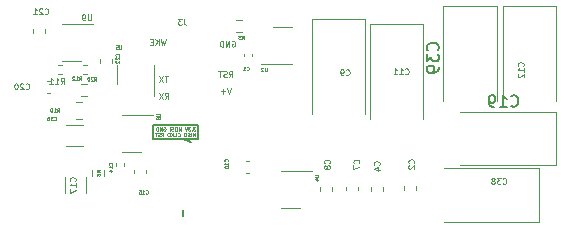
<source format=gbr>
%TF.GenerationSoftware,KiCad,Pcbnew,7.0.6*%
%TF.CreationDate,2024-01-08T15:28:13+11:00*%
%TF.ProjectId,turbidity_sensor_v2,74757262-6964-4697-9479-5f73656e736f,0.1.0*%
%TF.SameCoordinates,Original*%
%TF.FileFunction,Legend,Bot*%
%TF.FilePolarity,Positive*%
%FSLAX46Y46*%
G04 Gerber Fmt 4.6, Leading zero omitted, Abs format (unit mm)*
G04 Created by KiCad (PCBNEW 7.0.6) date 2024-01-08 15:28:13*
%MOMM*%
%LPD*%
G01*
G04 APERTURE LIST*
%ADD10C,0.150000*%
%ADD11C,0.125000*%
%ADD12C,0.075000*%
%ADD13C,0.120000*%
G04 APERTURE END LIST*
D10*
X110473247Y-109684175D02*
X114320410Y-109684175D01*
X114320410Y-110879915D01*
X110473247Y-110879915D01*
X110473247Y-109684175D01*
X113072987Y-116864133D02*
X113068464Y-117376961D01*
X113030000Y-110879915D02*
X113748534Y-111113864D01*
D11*
X111522250Y-107466094D02*
X111688916Y-107227999D01*
X111807964Y-107466094D02*
X111807964Y-106966094D01*
X111807964Y-106966094D02*
X111617488Y-106966094D01*
X111617488Y-106966094D02*
X111569869Y-106989904D01*
X111569869Y-106989904D02*
X111546059Y-107013713D01*
X111546059Y-107013713D02*
X111522250Y-107061332D01*
X111522250Y-107061332D02*
X111522250Y-107132761D01*
X111522250Y-107132761D02*
X111546059Y-107180380D01*
X111546059Y-107180380D02*
X111569869Y-107204189D01*
X111569869Y-107204189D02*
X111617488Y-107227999D01*
X111617488Y-107227999D02*
X111807964Y-107227999D01*
X111355583Y-106966094D02*
X111022250Y-107466094D01*
X111022250Y-106966094D02*
X111355583Y-107466094D01*
D12*
X114094239Y-109880950D02*
X113908525Y-109880950D01*
X113908525Y-109880950D02*
X114008525Y-109995236D01*
X114008525Y-109995236D02*
X113965668Y-109995236D01*
X113965668Y-109995236D02*
X113937097Y-110009522D01*
X113937097Y-110009522D02*
X113922811Y-110023807D01*
X113922811Y-110023807D02*
X113908525Y-110052379D01*
X113908525Y-110052379D02*
X113908525Y-110123807D01*
X113908525Y-110123807D02*
X113922811Y-110152379D01*
X113922811Y-110152379D02*
X113937097Y-110166665D01*
X113937097Y-110166665D02*
X113965668Y-110180950D01*
X113965668Y-110180950D02*
X114051382Y-110180950D01*
X114051382Y-110180950D02*
X114079954Y-110166665D01*
X114079954Y-110166665D02*
X114094239Y-110152379D01*
X113779954Y-110152379D02*
X113765668Y-110166665D01*
X113765668Y-110166665D02*
X113779954Y-110180950D01*
X113779954Y-110180950D02*
X113794240Y-110166665D01*
X113794240Y-110166665D02*
X113779954Y-110152379D01*
X113779954Y-110152379D02*
X113779954Y-110180950D01*
X113665668Y-109880950D02*
X113479954Y-109880950D01*
X113479954Y-109880950D02*
X113579954Y-109995236D01*
X113579954Y-109995236D02*
X113537097Y-109995236D01*
X113537097Y-109995236D02*
X113508526Y-110009522D01*
X113508526Y-110009522D02*
X113494240Y-110023807D01*
X113494240Y-110023807D02*
X113479954Y-110052379D01*
X113479954Y-110052379D02*
X113479954Y-110123807D01*
X113479954Y-110123807D02*
X113494240Y-110152379D01*
X113494240Y-110152379D02*
X113508526Y-110166665D01*
X113508526Y-110166665D02*
X113537097Y-110180950D01*
X113537097Y-110180950D02*
X113622811Y-110180950D01*
X113622811Y-110180950D02*
X113651383Y-110166665D01*
X113651383Y-110166665D02*
X113665668Y-110152379D01*
X113394240Y-109880950D02*
X113294240Y-110180950D01*
X113294240Y-110180950D02*
X113194240Y-109880950D01*
X112865669Y-110180950D02*
X112865669Y-109880950D01*
X112865669Y-109880950D02*
X112765669Y-110095236D01*
X112765669Y-110095236D02*
X112665669Y-109880950D01*
X112665669Y-109880950D02*
X112665669Y-110180950D01*
X112465669Y-109880950D02*
X112408526Y-109880950D01*
X112408526Y-109880950D02*
X112379955Y-109895236D01*
X112379955Y-109895236D02*
X112351383Y-109923807D01*
X112351383Y-109923807D02*
X112337098Y-109980950D01*
X112337098Y-109980950D02*
X112337098Y-110080950D01*
X112337098Y-110080950D02*
X112351383Y-110138093D01*
X112351383Y-110138093D02*
X112379955Y-110166665D01*
X112379955Y-110166665D02*
X112408526Y-110180950D01*
X112408526Y-110180950D02*
X112465669Y-110180950D01*
X112465669Y-110180950D02*
X112494241Y-110166665D01*
X112494241Y-110166665D02*
X112522812Y-110138093D01*
X112522812Y-110138093D02*
X112537098Y-110080950D01*
X112537098Y-110080950D02*
X112537098Y-109980950D01*
X112537098Y-109980950D02*
X112522812Y-109923807D01*
X112522812Y-109923807D02*
X112494241Y-109895236D01*
X112494241Y-109895236D02*
X112465669Y-109880950D01*
X112222812Y-110166665D02*
X112179955Y-110180950D01*
X112179955Y-110180950D02*
X112108526Y-110180950D01*
X112108526Y-110180950D02*
X112079955Y-110166665D01*
X112079955Y-110166665D02*
X112065669Y-110152379D01*
X112065669Y-110152379D02*
X112051383Y-110123807D01*
X112051383Y-110123807D02*
X112051383Y-110095236D01*
X112051383Y-110095236D02*
X112065669Y-110066665D01*
X112065669Y-110066665D02*
X112079955Y-110052379D01*
X112079955Y-110052379D02*
X112108526Y-110038093D01*
X112108526Y-110038093D02*
X112165669Y-110023807D01*
X112165669Y-110023807D02*
X112194240Y-110009522D01*
X112194240Y-110009522D02*
X112208526Y-109995236D01*
X112208526Y-109995236D02*
X112222812Y-109966665D01*
X112222812Y-109966665D02*
X112222812Y-109938093D01*
X112222812Y-109938093D02*
X112208526Y-109909522D01*
X112208526Y-109909522D02*
X112194240Y-109895236D01*
X112194240Y-109895236D02*
X112165669Y-109880950D01*
X112165669Y-109880950D02*
X112094240Y-109880950D01*
X112094240Y-109880950D02*
X112051383Y-109895236D01*
X111922812Y-110180950D02*
X111922812Y-109880950D01*
X111394241Y-109895236D02*
X111422813Y-109880950D01*
X111422813Y-109880950D02*
X111465670Y-109880950D01*
X111465670Y-109880950D02*
X111508527Y-109895236D01*
X111508527Y-109895236D02*
X111537098Y-109923807D01*
X111537098Y-109923807D02*
X111551384Y-109952379D01*
X111551384Y-109952379D02*
X111565670Y-110009522D01*
X111565670Y-110009522D02*
X111565670Y-110052379D01*
X111565670Y-110052379D02*
X111551384Y-110109522D01*
X111551384Y-110109522D02*
X111537098Y-110138093D01*
X111537098Y-110138093D02*
X111508527Y-110166665D01*
X111508527Y-110166665D02*
X111465670Y-110180950D01*
X111465670Y-110180950D02*
X111437098Y-110180950D01*
X111437098Y-110180950D02*
X111394241Y-110166665D01*
X111394241Y-110166665D02*
X111379955Y-110152379D01*
X111379955Y-110152379D02*
X111379955Y-110052379D01*
X111379955Y-110052379D02*
X111437098Y-110052379D01*
X111251384Y-110180950D02*
X111251384Y-109880950D01*
X111251384Y-109880950D02*
X111079955Y-110180950D01*
X111079955Y-110180950D02*
X111079955Y-109880950D01*
X110937098Y-110180950D02*
X110937098Y-109880950D01*
X110937098Y-109880950D02*
X110865669Y-109880950D01*
X110865669Y-109880950D02*
X110822812Y-109895236D01*
X110822812Y-109895236D02*
X110794241Y-109923807D01*
X110794241Y-109923807D02*
X110779955Y-109952379D01*
X110779955Y-109952379D02*
X110765669Y-110009522D01*
X110765669Y-110009522D02*
X110765669Y-110052379D01*
X110765669Y-110052379D02*
X110779955Y-110109522D01*
X110779955Y-110109522D02*
X110794241Y-110138093D01*
X110794241Y-110138093D02*
X110822812Y-110166665D01*
X110822812Y-110166665D02*
X110865669Y-110180950D01*
X110865669Y-110180950D02*
X110937098Y-110180950D01*
X114065668Y-110663950D02*
X114065668Y-110363950D01*
X114065668Y-110363950D02*
X113965668Y-110578236D01*
X113965668Y-110578236D02*
X113865668Y-110363950D01*
X113865668Y-110363950D02*
X113865668Y-110663950D01*
X113722811Y-110663950D02*
X113722811Y-110363950D01*
X113594240Y-110649665D02*
X113551383Y-110663950D01*
X113551383Y-110663950D02*
X113479954Y-110663950D01*
X113479954Y-110663950D02*
X113451383Y-110649665D01*
X113451383Y-110649665D02*
X113437097Y-110635379D01*
X113437097Y-110635379D02*
X113422811Y-110606807D01*
X113422811Y-110606807D02*
X113422811Y-110578236D01*
X113422811Y-110578236D02*
X113437097Y-110549665D01*
X113437097Y-110549665D02*
X113451383Y-110535379D01*
X113451383Y-110535379D02*
X113479954Y-110521093D01*
X113479954Y-110521093D02*
X113537097Y-110506807D01*
X113537097Y-110506807D02*
X113565668Y-110492522D01*
X113565668Y-110492522D02*
X113579954Y-110478236D01*
X113579954Y-110478236D02*
X113594240Y-110449665D01*
X113594240Y-110449665D02*
X113594240Y-110421093D01*
X113594240Y-110421093D02*
X113579954Y-110392522D01*
X113579954Y-110392522D02*
X113565668Y-110378236D01*
X113565668Y-110378236D02*
X113537097Y-110363950D01*
X113537097Y-110363950D02*
X113465668Y-110363950D01*
X113465668Y-110363950D02*
X113422811Y-110378236D01*
X113237097Y-110363950D02*
X113179954Y-110363950D01*
X113179954Y-110363950D02*
X113151383Y-110378236D01*
X113151383Y-110378236D02*
X113122811Y-110406807D01*
X113122811Y-110406807D02*
X113108526Y-110463950D01*
X113108526Y-110463950D02*
X113108526Y-110563950D01*
X113108526Y-110563950D02*
X113122811Y-110621093D01*
X113122811Y-110621093D02*
X113151383Y-110649665D01*
X113151383Y-110649665D02*
X113179954Y-110663950D01*
X113179954Y-110663950D02*
X113237097Y-110663950D01*
X113237097Y-110663950D02*
X113265669Y-110649665D01*
X113265669Y-110649665D02*
X113294240Y-110621093D01*
X113294240Y-110621093D02*
X113308526Y-110563950D01*
X113308526Y-110563950D02*
X113308526Y-110463950D01*
X113308526Y-110463950D02*
X113294240Y-110406807D01*
X113294240Y-110406807D02*
X113265669Y-110378236D01*
X113265669Y-110378236D02*
X113237097Y-110363950D01*
X112579954Y-110635379D02*
X112594240Y-110649665D01*
X112594240Y-110649665D02*
X112637097Y-110663950D01*
X112637097Y-110663950D02*
X112665669Y-110663950D01*
X112665669Y-110663950D02*
X112708526Y-110649665D01*
X112708526Y-110649665D02*
X112737097Y-110621093D01*
X112737097Y-110621093D02*
X112751383Y-110592522D01*
X112751383Y-110592522D02*
X112765669Y-110535379D01*
X112765669Y-110535379D02*
X112765669Y-110492522D01*
X112765669Y-110492522D02*
X112751383Y-110435379D01*
X112751383Y-110435379D02*
X112737097Y-110406807D01*
X112737097Y-110406807D02*
X112708526Y-110378236D01*
X112708526Y-110378236D02*
X112665669Y-110363950D01*
X112665669Y-110363950D02*
X112637097Y-110363950D01*
X112637097Y-110363950D02*
X112594240Y-110378236D01*
X112594240Y-110378236D02*
X112579954Y-110392522D01*
X112308526Y-110663950D02*
X112451383Y-110663950D01*
X112451383Y-110663950D02*
X112451383Y-110363950D01*
X112208526Y-110663950D02*
X112208526Y-110363950D01*
X112037097Y-110663950D02*
X112165669Y-110492522D01*
X112037097Y-110363950D02*
X112208526Y-110535379D01*
X111851383Y-110363950D02*
X111794240Y-110363950D01*
X111794240Y-110363950D02*
X111765669Y-110378236D01*
X111765669Y-110378236D02*
X111737097Y-110406807D01*
X111737097Y-110406807D02*
X111722812Y-110463950D01*
X111722812Y-110463950D02*
X111722812Y-110563950D01*
X111722812Y-110563950D02*
X111737097Y-110621093D01*
X111737097Y-110621093D02*
X111765669Y-110649665D01*
X111765669Y-110649665D02*
X111794240Y-110663950D01*
X111794240Y-110663950D02*
X111851383Y-110663950D01*
X111851383Y-110663950D02*
X111879955Y-110649665D01*
X111879955Y-110649665D02*
X111908526Y-110621093D01*
X111908526Y-110621093D02*
X111922812Y-110563950D01*
X111922812Y-110563950D02*
X111922812Y-110463950D01*
X111922812Y-110463950D02*
X111908526Y-110406807D01*
X111908526Y-110406807D02*
X111879955Y-110378236D01*
X111879955Y-110378236D02*
X111851383Y-110363950D01*
X111194240Y-110663950D02*
X111294240Y-110521093D01*
X111365669Y-110663950D02*
X111365669Y-110363950D01*
X111365669Y-110363950D02*
X111251383Y-110363950D01*
X111251383Y-110363950D02*
X111222812Y-110378236D01*
X111222812Y-110378236D02*
X111208526Y-110392522D01*
X111208526Y-110392522D02*
X111194240Y-110421093D01*
X111194240Y-110421093D02*
X111194240Y-110463950D01*
X111194240Y-110463950D02*
X111208526Y-110492522D01*
X111208526Y-110492522D02*
X111222812Y-110506807D01*
X111222812Y-110506807D02*
X111251383Y-110521093D01*
X111251383Y-110521093D02*
X111365669Y-110521093D01*
X111079955Y-110649665D02*
X111037098Y-110663950D01*
X111037098Y-110663950D02*
X110965669Y-110663950D01*
X110965669Y-110663950D02*
X110937098Y-110649665D01*
X110937098Y-110649665D02*
X110922812Y-110635379D01*
X110922812Y-110635379D02*
X110908526Y-110606807D01*
X110908526Y-110606807D02*
X110908526Y-110578236D01*
X110908526Y-110578236D02*
X110922812Y-110549665D01*
X110922812Y-110549665D02*
X110937098Y-110535379D01*
X110937098Y-110535379D02*
X110965669Y-110521093D01*
X110965669Y-110521093D02*
X111022812Y-110506807D01*
X111022812Y-110506807D02*
X111051383Y-110492522D01*
X111051383Y-110492522D02*
X111065669Y-110478236D01*
X111065669Y-110478236D02*
X111079955Y-110449665D01*
X111079955Y-110449665D02*
X111079955Y-110421093D01*
X111079955Y-110421093D02*
X111065669Y-110392522D01*
X111065669Y-110392522D02*
X111051383Y-110378236D01*
X111051383Y-110378236D02*
X111022812Y-110363950D01*
X111022812Y-110363950D02*
X110951383Y-110363950D01*
X110951383Y-110363950D02*
X110908526Y-110378236D01*
X110822812Y-110363950D02*
X110651384Y-110363950D01*
X110737098Y-110663950D02*
X110737098Y-110363950D01*
D11*
X116940905Y-105621850D02*
X117107571Y-105383755D01*
X117226619Y-105621850D02*
X117226619Y-105121850D01*
X117226619Y-105121850D02*
X117036143Y-105121850D01*
X117036143Y-105121850D02*
X116988524Y-105145660D01*
X116988524Y-105145660D02*
X116964714Y-105169469D01*
X116964714Y-105169469D02*
X116940905Y-105217088D01*
X116940905Y-105217088D02*
X116940905Y-105288517D01*
X116940905Y-105288517D02*
X116964714Y-105336136D01*
X116964714Y-105336136D02*
X116988524Y-105359945D01*
X116988524Y-105359945D02*
X117036143Y-105383755D01*
X117036143Y-105383755D02*
X117226619Y-105383755D01*
X116750428Y-105598041D02*
X116679000Y-105621850D01*
X116679000Y-105621850D02*
X116559952Y-105621850D01*
X116559952Y-105621850D02*
X116512333Y-105598041D01*
X116512333Y-105598041D02*
X116488524Y-105574231D01*
X116488524Y-105574231D02*
X116464714Y-105526612D01*
X116464714Y-105526612D02*
X116464714Y-105478993D01*
X116464714Y-105478993D02*
X116488524Y-105431374D01*
X116488524Y-105431374D02*
X116512333Y-105407564D01*
X116512333Y-105407564D02*
X116559952Y-105383755D01*
X116559952Y-105383755D02*
X116655190Y-105359945D01*
X116655190Y-105359945D02*
X116702809Y-105336136D01*
X116702809Y-105336136D02*
X116726619Y-105312326D01*
X116726619Y-105312326D02*
X116750428Y-105264707D01*
X116750428Y-105264707D02*
X116750428Y-105217088D01*
X116750428Y-105217088D02*
X116726619Y-105169469D01*
X116726619Y-105169469D02*
X116702809Y-105145660D01*
X116702809Y-105145660D02*
X116655190Y-105121850D01*
X116655190Y-105121850D02*
X116536143Y-105121850D01*
X116536143Y-105121850D02*
X116464714Y-105145660D01*
X116321857Y-105121850D02*
X116036143Y-105121850D01*
X116179000Y-105621850D02*
X116179000Y-105121850D01*
X117189611Y-102580119D02*
X117237230Y-102556309D01*
X117237230Y-102556309D02*
X117308659Y-102556309D01*
X117308659Y-102556309D02*
X117380087Y-102580119D01*
X117380087Y-102580119D02*
X117427706Y-102627738D01*
X117427706Y-102627738D02*
X117451516Y-102675357D01*
X117451516Y-102675357D02*
X117475325Y-102770595D01*
X117475325Y-102770595D02*
X117475325Y-102842023D01*
X117475325Y-102842023D02*
X117451516Y-102937261D01*
X117451516Y-102937261D02*
X117427706Y-102984880D01*
X117427706Y-102984880D02*
X117380087Y-103032500D01*
X117380087Y-103032500D02*
X117308659Y-103056309D01*
X117308659Y-103056309D02*
X117261040Y-103056309D01*
X117261040Y-103056309D02*
X117189611Y-103032500D01*
X117189611Y-103032500D02*
X117165802Y-103008690D01*
X117165802Y-103008690D02*
X117165802Y-102842023D01*
X117165802Y-102842023D02*
X117261040Y-102842023D01*
X116951516Y-103056309D02*
X116951516Y-102556309D01*
X116951516Y-102556309D02*
X116665802Y-103056309D01*
X116665802Y-103056309D02*
X116665802Y-102556309D01*
X116427706Y-103056309D02*
X116427706Y-102556309D01*
X116427706Y-102556309D02*
X116308658Y-102556309D01*
X116308658Y-102556309D02*
X116237230Y-102580119D01*
X116237230Y-102580119D02*
X116189611Y-102627738D01*
X116189611Y-102627738D02*
X116165801Y-102675357D01*
X116165801Y-102675357D02*
X116141992Y-102770595D01*
X116141992Y-102770595D02*
X116141992Y-102842023D01*
X116141992Y-102842023D02*
X116165801Y-102937261D01*
X116165801Y-102937261D02*
X116189611Y-102984880D01*
X116189611Y-102984880D02*
X116237230Y-103032500D01*
X116237230Y-103032500D02*
X116308658Y-103056309D01*
X116308658Y-103056309D02*
X116427706Y-103056309D01*
X111589404Y-102403016D02*
X111470356Y-102903016D01*
X111470356Y-102903016D02*
X111375118Y-102545873D01*
X111375118Y-102545873D02*
X111279880Y-102903016D01*
X111279880Y-102903016D02*
X111160833Y-102403016D01*
X110970356Y-102903016D02*
X110970356Y-102403016D01*
X110684642Y-102903016D02*
X110898927Y-102617302D01*
X110684642Y-102403016D02*
X110970356Y-102688730D01*
X110470356Y-102641111D02*
X110303689Y-102641111D01*
X110232261Y-102903016D02*
X110470356Y-102903016D01*
X110470356Y-102903016D02*
X110470356Y-102403016D01*
X110470356Y-102403016D02*
X110232261Y-102403016D01*
X113127890Y-100690509D02*
X113127890Y-101047652D01*
X113127890Y-101047652D02*
X113151699Y-101119080D01*
X113151699Y-101119080D02*
X113199318Y-101166700D01*
X113199318Y-101166700D02*
X113270747Y-101190509D01*
X113270747Y-101190509D02*
X113318366Y-101190509D01*
X112937414Y-100690509D02*
X112627890Y-100690509D01*
X112627890Y-100690509D02*
X112794557Y-100880985D01*
X112794557Y-100880985D02*
X112723128Y-100880985D01*
X112723128Y-100880985D02*
X112675509Y-100904795D01*
X112675509Y-100904795D02*
X112651700Y-100928604D01*
X112651700Y-100928604D02*
X112627890Y-100976223D01*
X112627890Y-100976223D02*
X112627890Y-101095271D01*
X112627890Y-101095271D02*
X112651700Y-101142890D01*
X112651700Y-101142890D02*
X112675509Y-101166700D01*
X112675509Y-101166700D02*
X112723128Y-101190509D01*
X112723128Y-101190509D02*
X112865985Y-101190509D01*
X112865985Y-101190509D02*
X112913604Y-101166700D01*
X112913604Y-101166700D02*
X112937414Y-101142890D01*
X111784328Y-105521119D02*
X111498614Y-105521119D01*
X111641471Y-106021119D02*
X111641471Y-105521119D01*
X111379567Y-105521119D02*
X111046234Y-106021119D01*
X111046234Y-105521119D02*
X111379567Y-106021119D01*
X117126931Y-106528799D02*
X116960265Y-107028799D01*
X116960265Y-107028799D02*
X116793598Y-106528799D01*
X116626932Y-106838323D02*
X116245980Y-106838323D01*
X116436456Y-107028799D02*
X116436456Y-106647847D01*
D12*
X118022413Y-102420557D02*
X118122413Y-102277700D01*
X118193842Y-102420557D02*
X118193842Y-102120557D01*
X118193842Y-102120557D02*
X118079556Y-102120557D01*
X118079556Y-102120557D02*
X118050985Y-102134843D01*
X118050985Y-102134843D02*
X118036699Y-102149129D01*
X118036699Y-102149129D02*
X118022413Y-102177700D01*
X118022413Y-102177700D02*
X118022413Y-102220557D01*
X118022413Y-102220557D02*
X118036699Y-102249129D01*
X118036699Y-102249129D02*
X118050985Y-102263414D01*
X118050985Y-102263414D02*
X118079556Y-102277700D01*
X118079556Y-102277700D02*
X118193842Y-102277700D01*
X117922413Y-102120557D02*
X117736699Y-102120557D01*
X117736699Y-102120557D02*
X117836699Y-102234843D01*
X117836699Y-102234843D02*
X117793842Y-102234843D01*
X117793842Y-102234843D02*
X117765271Y-102249129D01*
X117765271Y-102249129D02*
X117750985Y-102263414D01*
X117750985Y-102263414D02*
X117736699Y-102291986D01*
X117736699Y-102291986D02*
X117736699Y-102363414D01*
X117736699Y-102363414D02*
X117750985Y-102391986D01*
X117750985Y-102391986D02*
X117765271Y-102406272D01*
X117765271Y-102406272D02*
X117793842Y-102420557D01*
X117793842Y-102420557D02*
X117879556Y-102420557D01*
X117879556Y-102420557D02*
X117908128Y-102406272D01*
X117908128Y-102406272D02*
X117922413Y-102391986D01*
D11*
X126835373Y-105433999D02*
X126859182Y-105457809D01*
X126859182Y-105457809D02*
X126930611Y-105481618D01*
X126930611Y-105481618D02*
X126978230Y-105481618D01*
X126978230Y-105481618D02*
X127049658Y-105457809D01*
X127049658Y-105457809D02*
X127097277Y-105410189D01*
X127097277Y-105410189D02*
X127121087Y-105362570D01*
X127121087Y-105362570D02*
X127144896Y-105267332D01*
X127144896Y-105267332D02*
X127144896Y-105195904D01*
X127144896Y-105195904D02*
X127121087Y-105100666D01*
X127121087Y-105100666D02*
X127097277Y-105053047D01*
X127097277Y-105053047D02*
X127049658Y-105005428D01*
X127049658Y-105005428D02*
X126978230Y-104981618D01*
X126978230Y-104981618D02*
X126930611Y-104981618D01*
X126930611Y-104981618D02*
X126859182Y-105005428D01*
X126859182Y-105005428D02*
X126835373Y-105029237D01*
X126597277Y-105481618D02*
X126502039Y-105481618D01*
X126502039Y-105481618D02*
X126454420Y-105457809D01*
X126454420Y-105457809D02*
X126430611Y-105433999D01*
X126430611Y-105433999D02*
X126382992Y-105362570D01*
X126382992Y-105362570D02*
X126359182Y-105267332D01*
X126359182Y-105267332D02*
X126359182Y-105076856D01*
X126359182Y-105076856D02*
X126382992Y-105029237D01*
X126382992Y-105029237D02*
X126406801Y-105005428D01*
X126406801Y-105005428D02*
X126454420Y-104981618D01*
X126454420Y-104981618D02*
X126549658Y-104981618D01*
X126549658Y-104981618D02*
X126597277Y-105005428D01*
X126597277Y-105005428D02*
X126621087Y-105029237D01*
X126621087Y-105029237D02*
X126644896Y-105076856D01*
X126644896Y-105076856D02*
X126644896Y-105195904D01*
X126644896Y-105195904D02*
X126621087Y-105243523D01*
X126621087Y-105243523D02*
X126597277Y-105267332D01*
X126597277Y-105267332D02*
X126549658Y-105291142D01*
X126549658Y-105291142D02*
X126454420Y-105291142D01*
X126454420Y-105291142D02*
X126406801Y-105267332D01*
X126406801Y-105267332D02*
X126382992Y-105243523D01*
X126382992Y-105243523D02*
X126359182Y-105195904D01*
D12*
X124210247Y-113914356D02*
X124453104Y-113914356D01*
X124453104Y-113914356D02*
X124481676Y-113928642D01*
X124481676Y-113928642D02*
X124495962Y-113942928D01*
X124495962Y-113942928D02*
X124510247Y-113971499D01*
X124510247Y-113971499D02*
X124510247Y-114028642D01*
X124510247Y-114028642D02*
X124495962Y-114057213D01*
X124495962Y-114057213D02*
X124481676Y-114071499D01*
X124481676Y-114071499D02*
X124453104Y-114085785D01*
X124453104Y-114085785D02*
X124210247Y-114085785D01*
X124310247Y-114357214D02*
X124510247Y-114357214D01*
X124195962Y-114285785D02*
X124410247Y-114214356D01*
X124410247Y-114214356D02*
X124410247Y-114400071D01*
D11*
X127926738Y-112945100D02*
X127950548Y-112921291D01*
X127950548Y-112921291D02*
X127974357Y-112849862D01*
X127974357Y-112849862D02*
X127974357Y-112802243D01*
X127974357Y-112802243D02*
X127950548Y-112730815D01*
X127950548Y-112730815D02*
X127902928Y-112683196D01*
X127902928Y-112683196D02*
X127855309Y-112659386D01*
X127855309Y-112659386D02*
X127760071Y-112635577D01*
X127760071Y-112635577D02*
X127688643Y-112635577D01*
X127688643Y-112635577D02*
X127593405Y-112659386D01*
X127593405Y-112659386D02*
X127545786Y-112683196D01*
X127545786Y-112683196D02*
X127498167Y-112730815D01*
X127498167Y-112730815D02*
X127474357Y-112802243D01*
X127474357Y-112802243D02*
X127474357Y-112849862D01*
X127474357Y-112849862D02*
X127498167Y-112921291D01*
X127498167Y-112921291D02*
X127521976Y-112945100D01*
X127474357Y-113111767D02*
X127474357Y-113445100D01*
X127474357Y-113445100D02*
X127974357Y-113230815D01*
D12*
X102123920Y-109257521D02*
X102138206Y-109271807D01*
X102138206Y-109271807D02*
X102181063Y-109286092D01*
X102181063Y-109286092D02*
X102209635Y-109286092D01*
X102209635Y-109286092D02*
X102252492Y-109271807D01*
X102252492Y-109271807D02*
X102281063Y-109243235D01*
X102281063Y-109243235D02*
X102295349Y-109214664D01*
X102295349Y-109214664D02*
X102309635Y-109157521D01*
X102309635Y-109157521D02*
X102309635Y-109114664D01*
X102309635Y-109114664D02*
X102295349Y-109057521D01*
X102295349Y-109057521D02*
X102281063Y-109028949D01*
X102281063Y-109028949D02*
X102252492Y-109000378D01*
X102252492Y-109000378D02*
X102209635Y-108986092D01*
X102209635Y-108986092D02*
X102181063Y-108986092D01*
X102181063Y-108986092D02*
X102138206Y-109000378D01*
X102138206Y-109000378D02*
X102123920Y-109014664D01*
X102023920Y-108986092D02*
X101838206Y-108986092D01*
X101838206Y-108986092D02*
X101938206Y-109100378D01*
X101938206Y-109100378D02*
X101895349Y-109100378D01*
X101895349Y-109100378D02*
X101866778Y-109114664D01*
X101866778Y-109114664D02*
X101852492Y-109128949D01*
X101852492Y-109128949D02*
X101838206Y-109157521D01*
X101838206Y-109157521D02*
X101838206Y-109228949D01*
X101838206Y-109228949D02*
X101852492Y-109257521D01*
X101852492Y-109257521D02*
X101866778Y-109271807D01*
X101866778Y-109271807D02*
X101895349Y-109286092D01*
X101895349Y-109286092D02*
X101981063Y-109286092D01*
X101981063Y-109286092D02*
X102009635Y-109271807D01*
X102009635Y-109271807D02*
X102023920Y-109257521D01*
X101581064Y-108986092D02*
X101638206Y-108986092D01*
X101638206Y-108986092D02*
X101666778Y-109000378D01*
X101666778Y-109000378D02*
X101681064Y-109014664D01*
X101681064Y-109014664D02*
X101709635Y-109057521D01*
X101709635Y-109057521D02*
X101723921Y-109114664D01*
X101723921Y-109114664D02*
X101723921Y-109228949D01*
X101723921Y-109228949D02*
X101709635Y-109257521D01*
X101709635Y-109257521D02*
X101695349Y-109271807D01*
X101695349Y-109271807D02*
X101666778Y-109286092D01*
X101666778Y-109286092D02*
X101609635Y-109286092D01*
X101609635Y-109286092D02*
X101581064Y-109271807D01*
X101581064Y-109271807D02*
X101566778Y-109257521D01*
X101566778Y-109257521D02*
X101552492Y-109228949D01*
X101552492Y-109228949D02*
X101552492Y-109157521D01*
X101552492Y-109157521D02*
X101566778Y-109128949D01*
X101566778Y-109128949D02*
X101581064Y-109114664D01*
X101581064Y-109114664D02*
X101609635Y-109100378D01*
X101609635Y-109100378D02*
X101666778Y-109100378D01*
X101666778Y-109100378D02*
X101695349Y-109114664D01*
X101695349Y-109114664D02*
X101709635Y-109128949D01*
X101709635Y-109128949D02*
X101723921Y-109157521D01*
X116815860Y-112755387D02*
X116830146Y-112741101D01*
X116830146Y-112741101D02*
X116844431Y-112698244D01*
X116844431Y-112698244D02*
X116844431Y-112669672D01*
X116844431Y-112669672D02*
X116830146Y-112626815D01*
X116830146Y-112626815D02*
X116801574Y-112598244D01*
X116801574Y-112598244D02*
X116773003Y-112583958D01*
X116773003Y-112583958D02*
X116715860Y-112569672D01*
X116715860Y-112569672D02*
X116673003Y-112569672D01*
X116673003Y-112569672D02*
X116615860Y-112583958D01*
X116615860Y-112583958D02*
X116587288Y-112598244D01*
X116587288Y-112598244D02*
X116558717Y-112626815D01*
X116558717Y-112626815D02*
X116544431Y-112669672D01*
X116544431Y-112669672D02*
X116544431Y-112698244D01*
X116544431Y-112698244D02*
X116558717Y-112741101D01*
X116558717Y-112741101D02*
X116573003Y-112755387D01*
X116844431Y-113041101D02*
X116844431Y-112869672D01*
X116844431Y-112955387D02*
X116544431Y-112955387D01*
X116544431Y-112955387D02*
X116587288Y-112926815D01*
X116587288Y-112926815D02*
X116615860Y-112898244D01*
X116615860Y-112898244D02*
X116630146Y-112869672D01*
X116544431Y-113226815D02*
X116544431Y-113255386D01*
X116544431Y-113255386D02*
X116558717Y-113283958D01*
X116558717Y-113283958D02*
X116573003Y-113298244D01*
X116573003Y-113298244D02*
X116601574Y-113312529D01*
X116601574Y-113312529D02*
X116658717Y-113326815D01*
X116658717Y-113326815D02*
X116730146Y-113326815D01*
X116730146Y-113326815D02*
X116787288Y-113312529D01*
X116787288Y-113312529D02*
X116815860Y-113298244D01*
X116815860Y-113298244D02*
X116830146Y-113283958D01*
X116830146Y-113283958D02*
X116844431Y-113255386D01*
X116844431Y-113255386D02*
X116844431Y-113226815D01*
X116844431Y-113226815D02*
X116830146Y-113198244D01*
X116830146Y-113198244D02*
X116815860Y-113183958D01*
X116815860Y-113183958D02*
X116787288Y-113169672D01*
X116787288Y-113169672D02*
X116730146Y-113155386D01*
X116730146Y-113155386D02*
X116658717Y-113155386D01*
X116658717Y-113155386D02*
X116601574Y-113169672D01*
X116601574Y-113169672D02*
X116573003Y-113183958D01*
X116573003Y-113183958D02*
X116558717Y-113198244D01*
X116558717Y-113198244D02*
X116544431Y-113226815D01*
D11*
X105283128Y-100332906D02*
X105283128Y-100737668D01*
X105283128Y-100737668D02*
X105259318Y-100785287D01*
X105259318Y-100785287D02*
X105235509Y-100809097D01*
X105235509Y-100809097D02*
X105187890Y-100832906D01*
X105187890Y-100832906D02*
X105092652Y-100832906D01*
X105092652Y-100832906D02*
X105045033Y-100809097D01*
X105045033Y-100809097D02*
X105021223Y-100785287D01*
X105021223Y-100785287D02*
X104997414Y-100737668D01*
X104997414Y-100737668D02*
X104997414Y-100332906D01*
X104735508Y-100832906D02*
X104640270Y-100832906D01*
X104640270Y-100832906D02*
X104592651Y-100809097D01*
X104592651Y-100809097D02*
X104568842Y-100785287D01*
X104568842Y-100785287D02*
X104521223Y-100713858D01*
X104521223Y-100713858D02*
X104497413Y-100618620D01*
X104497413Y-100618620D02*
X104497413Y-100428144D01*
X104497413Y-100428144D02*
X104521223Y-100380525D01*
X104521223Y-100380525D02*
X104545032Y-100356716D01*
X104545032Y-100356716D02*
X104592651Y-100332906D01*
X104592651Y-100332906D02*
X104687889Y-100332906D01*
X104687889Y-100332906D02*
X104735508Y-100356716D01*
X104735508Y-100356716D02*
X104759318Y-100380525D01*
X104759318Y-100380525D02*
X104783127Y-100428144D01*
X104783127Y-100428144D02*
X104783127Y-100547192D01*
X104783127Y-100547192D02*
X104759318Y-100594811D01*
X104759318Y-100594811D02*
X104735508Y-100618620D01*
X104735508Y-100618620D02*
X104687889Y-100642430D01*
X104687889Y-100642430D02*
X104592651Y-100642430D01*
X104592651Y-100642430D02*
X104545032Y-100618620D01*
X104545032Y-100618620D02*
X104521223Y-100594811D01*
X104521223Y-100594811D02*
X104497413Y-100547192D01*
X103909398Y-114431511D02*
X103933208Y-114407702D01*
X103933208Y-114407702D02*
X103957017Y-114336273D01*
X103957017Y-114336273D02*
X103957017Y-114288654D01*
X103957017Y-114288654D02*
X103933208Y-114217226D01*
X103933208Y-114217226D02*
X103885588Y-114169607D01*
X103885588Y-114169607D02*
X103837969Y-114145797D01*
X103837969Y-114145797D02*
X103742731Y-114121988D01*
X103742731Y-114121988D02*
X103671303Y-114121988D01*
X103671303Y-114121988D02*
X103576065Y-114145797D01*
X103576065Y-114145797D02*
X103528446Y-114169607D01*
X103528446Y-114169607D02*
X103480827Y-114217226D01*
X103480827Y-114217226D02*
X103457017Y-114288654D01*
X103457017Y-114288654D02*
X103457017Y-114336273D01*
X103457017Y-114336273D02*
X103480827Y-114407702D01*
X103480827Y-114407702D02*
X103504636Y-114431511D01*
X103957017Y-114907702D02*
X103957017Y-114621988D01*
X103957017Y-114764845D02*
X103457017Y-114764845D01*
X103457017Y-114764845D02*
X103528446Y-114717226D01*
X103528446Y-114717226D02*
X103576065Y-114669607D01*
X103576065Y-114669607D02*
X103599874Y-114621988D01*
X103457017Y-115074368D02*
X103457017Y-115407701D01*
X103457017Y-115407701D02*
X103957017Y-115193416D01*
X101324535Y-100262653D02*
X101348344Y-100286463D01*
X101348344Y-100286463D02*
X101419773Y-100310272D01*
X101419773Y-100310272D02*
X101467392Y-100310272D01*
X101467392Y-100310272D02*
X101538820Y-100286463D01*
X101538820Y-100286463D02*
X101586439Y-100238843D01*
X101586439Y-100238843D02*
X101610249Y-100191224D01*
X101610249Y-100191224D02*
X101634058Y-100095986D01*
X101634058Y-100095986D02*
X101634058Y-100024558D01*
X101634058Y-100024558D02*
X101610249Y-99929320D01*
X101610249Y-99929320D02*
X101586439Y-99881701D01*
X101586439Y-99881701D02*
X101538820Y-99834082D01*
X101538820Y-99834082D02*
X101467392Y-99810272D01*
X101467392Y-99810272D02*
X101419773Y-99810272D01*
X101419773Y-99810272D02*
X101348344Y-99834082D01*
X101348344Y-99834082D02*
X101324535Y-99857891D01*
X101134058Y-99857891D02*
X101110249Y-99834082D01*
X101110249Y-99834082D02*
X101062630Y-99810272D01*
X101062630Y-99810272D02*
X100943582Y-99810272D01*
X100943582Y-99810272D02*
X100895963Y-99834082D01*
X100895963Y-99834082D02*
X100872154Y-99857891D01*
X100872154Y-99857891D02*
X100848344Y-99905510D01*
X100848344Y-99905510D02*
X100848344Y-99953129D01*
X100848344Y-99953129D02*
X100872154Y-100024558D01*
X100872154Y-100024558D02*
X101157868Y-100310272D01*
X101157868Y-100310272D02*
X100848344Y-100310272D01*
X100372154Y-100310272D02*
X100657868Y-100310272D01*
X100515011Y-100310272D02*
X100515011Y-99810272D01*
X100515011Y-99810272D02*
X100562630Y-99881701D01*
X100562630Y-99881701D02*
X100610249Y-99929320D01*
X100610249Y-99929320D02*
X100657868Y-99953129D01*
D12*
X107582639Y-103848942D02*
X107596925Y-103834656D01*
X107596925Y-103834656D02*
X107611210Y-103791799D01*
X107611210Y-103791799D02*
X107611210Y-103763227D01*
X107611210Y-103763227D02*
X107596925Y-103720370D01*
X107596925Y-103720370D02*
X107568353Y-103691799D01*
X107568353Y-103691799D02*
X107539782Y-103677513D01*
X107539782Y-103677513D02*
X107482639Y-103663227D01*
X107482639Y-103663227D02*
X107439782Y-103663227D01*
X107439782Y-103663227D02*
X107382639Y-103677513D01*
X107382639Y-103677513D02*
X107354067Y-103691799D01*
X107354067Y-103691799D02*
X107325496Y-103720370D01*
X107325496Y-103720370D02*
X107311210Y-103763227D01*
X107311210Y-103763227D02*
X107311210Y-103791799D01*
X107311210Y-103791799D02*
X107325496Y-103834656D01*
X107325496Y-103834656D02*
X107339782Y-103848942D01*
X107339782Y-103963227D02*
X107325496Y-103977513D01*
X107325496Y-103977513D02*
X107311210Y-104006085D01*
X107311210Y-104006085D02*
X107311210Y-104077513D01*
X107311210Y-104077513D02*
X107325496Y-104106085D01*
X107325496Y-104106085D02*
X107339782Y-104120370D01*
X107339782Y-104120370D02*
X107368353Y-104134656D01*
X107368353Y-104134656D02*
X107396925Y-104134656D01*
X107396925Y-104134656D02*
X107439782Y-104120370D01*
X107439782Y-104120370D02*
X107611210Y-103948942D01*
X107611210Y-103948942D02*
X107611210Y-104134656D01*
X107339782Y-104248941D02*
X107325496Y-104263227D01*
X107325496Y-104263227D02*
X107311210Y-104291799D01*
X107311210Y-104291799D02*
X107311210Y-104363227D01*
X107311210Y-104363227D02*
X107325496Y-104391799D01*
X107325496Y-104391799D02*
X107339782Y-104406084D01*
X107339782Y-104406084D02*
X107368353Y-104420370D01*
X107368353Y-104420370D02*
X107396925Y-104420370D01*
X107396925Y-104420370D02*
X107439782Y-104406084D01*
X107439782Y-104406084D02*
X107611210Y-104234656D01*
X107611210Y-104234656D02*
X107611210Y-104420370D01*
D11*
X131830433Y-105356016D02*
X131854242Y-105379826D01*
X131854242Y-105379826D02*
X131925671Y-105403635D01*
X131925671Y-105403635D02*
X131973290Y-105403635D01*
X131973290Y-105403635D02*
X132044718Y-105379826D01*
X132044718Y-105379826D02*
X132092337Y-105332206D01*
X132092337Y-105332206D02*
X132116147Y-105284587D01*
X132116147Y-105284587D02*
X132139956Y-105189349D01*
X132139956Y-105189349D02*
X132139956Y-105117921D01*
X132139956Y-105117921D02*
X132116147Y-105022683D01*
X132116147Y-105022683D02*
X132092337Y-104975064D01*
X132092337Y-104975064D02*
X132044718Y-104927445D01*
X132044718Y-104927445D02*
X131973290Y-104903635D01*
X131973290Y-104903635D02*
X131925671Y-104903635D01*
X131925671Y-104903635D02*
X131854242Y-104927445D01*
X131854242Y-104927445D02*
X131830433Y-104951254D01*
X131354242Y-105403635D02*
X131639956Y-105403635D01*
X131497099Y-105403635D02*
X131497099Y-104903635D01*
X131497099Y-104903635D02*
X131544718Y-104975064D01*
X131544718Y-104975064D02*
X131592337Y-105022683D01*
X131592337Y-105022683D02*
X131639956Y-105046492D01*
X130878052Y-105403635D02*
X131163766Y-105403635D01*
X131020909Y-105403635D02*
X131020909Y-104903635D01*
X131020909Y-104903635D02*
X131068528Y-104975064D01*
X131068528Y-104975064D02*
X131116147Y-105022683D01*
X131116147Y-105022683D02*
X131163766Y-105046492D01*
X132563413Y-112912482D02*
X132587223Y-112888673D01*
X132587223Y-112888673D02*
X132611032Y-112817244D01*
X132611032Y-112817244D02*
X132611032Y-112769625D01*
X132611032Y-112769625D02*
X132587223Y-112698197D01*
X132587223Y-112698197D02*
X132539603Y-112650578D01*
X132539603Y-112650578D02*
X132491984Y-112626768D01*
X132491984Y-112626768D02*
X132396746Y-112602959D01*
X132396746Y-112602959D02*
X132325318Y-112602959D01*
X132325318Y-112602959D02*
X132230080Y-112626768D01*
X132230080Y-112626768D02*
X132182461Y-112650578D01*
X132182461Y-112650578D02*
X132134842Y-112698197D01*
X132134842Y-112698197D02*
X132111032Y-112769625D01*
X132111032Y-112769625D02*
X132111032Y-112817244D01*
X132111032Y-112817244D02*
X132134842Y-112888673D01*
X132134842Y-112888673D02*
X132158651Y-112912482D01*
X132158651Y-113102959D02*
X132134842Y-113126768D01*
X132134842Y-113126768D02*
X132111032Y-113174387D01*
X132111032Y-113174387D02*
X132111032Y-113293435D01*
X132111032Y-113293435D02*
X132134842Y-113341054D01*
X132134842Y-113341054D02*
X132158651Y-113364863D01*
X132158651Y-113364863D02*
X132206270Y-113388673D01*
X132206270Y-113388673D02*
X132253889Y-113388673D01*
X132253889Y-113388673D02*
X132325318Y-113364863D01*
X132325318Y-113364863D02*
X132611032Y-113079149D01*
X132611032Y-113079149D02*
X132611032Y-113388673D01*
D12*
X120139697Y-104839390D02*
X120139697Y-105082247D01*
X120139697Y-105082247D02*
X120125411Y-105110819D01*
X120125411Y-105110819D02*
X120111126Y-105125105D01*
X120111126Y-105125105D02*
X120082554Y-105139390D01*
X120082554Y-105139390D02*
X120025411Y-105139390D01*
X120025411Y-105139390D02*
X119996840Y-105125105D01*
X119996840Y-105125105D02*
X119982554Y-105110819D01*
X119982554Y-105110819D02*
X119968268Y-105082247D01*
X119968268Y-105082247D02*
X119968268Y-104839390D01*
X119839697Y-104867962D02*
X119825411Y-104853676D01*
X119825411Y-104853676D02*
X119796840Y-104839390D01*
X119796840Y-104839390D02*
X119725411Y-104839390D01*
X119725411Y-104839390D02*
X119696840Y-104853676D01*
X119696840Y-104853676D02*
X119682554Y-104867962D01*
X119682554Y-104867962D02*
X119668268Y-104896533D01*
X119668268Y-104896533D02*
X119668268Y-104925105D01*
X119668268Y-104925105D02*
X119682554Y-104967962D01*
X119682554Y-104967962D02*
X119853982Y-105139390D01*
X119853982Y-105139390D02*
X119668268Y-105139390D01*
X102363702Y-108581788D02*
X102463702Y-108438931D01*
X102535131Y-108581788D02*
X102535131Y-108281788D01*
X102535131Y-108281788D02*
X102420845Y-108281788D01*
X102420845Y-108281788D02*
X102392274Y-108296074D01*
X102392274Y-108296074D02*
X102377988Y-108310360D01*
X102377988Y-108310360D02*
X102363702Y-108338931D01*
X102363702Y-108338931D02*
X102363702Y-108381788D01*
X102363702Y-108381788D02*
X102377988Y-108410360D01*
X102377988Y-108410360D02*
X102392274Y-108424645D01*
X102392274Y-108424645D02*
X102420845Y-108438931D01*
X102420845Y-108438931D02*
X102535131Y-108438931D01*
X102077988Y-108581788D02*
X102249417Y-108581788D01*
X102163702Y-108581788D02*
X102163702Y-108281788D01*
X102163702Y-108281788D02*
X102192274Y-108324645D01*
X102192274Y-108324645D02*
X102220845Y-108353217D01*
X102220845Y-108353217D02*
X102249417Y-108367503D01*
X101935131Y-108581788D02*
X101877988Y-108581788D01*
X101877988Y-108581788D02*
X101849417Y-108567503D01*
X101849417Y-108567503D02*
X101835131Y-108553217D01*
X101835131Y-108553217D02*
X101806560Y-108510360D01*
X101806560Y-108510360D02*
X101792274Y-108453217D01*
X101792274Y-108453217D02*
X101792274Y-108338931D01*
X101792274Y-108338931D02*
X101806560Y-108310360D01*
X101806560Y-108310360D02*
X101820846Y-108296074D01*
X101820846Y-108296074D02*
X101849417Y-108281788D01*
X101849417Y-108281788D02*
X101906560Y-108281788D01*
X101906560Y-108281788D02*
X101935131Y-108296074D01*
X101935131Y-108296074D02*
X101949417Y-108310360D01*
X101949417Y-108310360D02*
X101963703Y-108338931D01*
X101963703Y-108338931D02*
X101963703Y-108410360D01*
X101963703Y-108410360D02*
X101949417Y-108438931D01*
X101949417Y-108438931D02*
X101935131Y-108453217D01*
X101935131Y-108453217D02*
X101906560Y-108467503D01*
X101906560Y-108467503D02*
X101849417Y-108467503D01*
X101849417Y-108467503D02*
X101820846Y-108453217D01*
X101820846Y-108453217D02*
X101806560Y-108438931D01*
X101806560Y-108438931D02*
X101792274Y-108410360D01*
D10*
X134594908Y-103349940D02*
X134642528Y-103302321D01*
X134642528Y-103302321D02*
X134690147Y-103159464D01*
X134690147Y-103159464D02*
X134690147Y-103064226D01*
X134690147Y-103064226D02*
X134642528Y-102921369D01*
X134642528Y-102921369D02*
X134547289Y-102826131D01*
X134547289Y-102826131D02*
X134452051Y-102778512D01*
X134452051Y-102778512D02*
X134261575Y-102730893D01*
X134261575Y-102730893D02*
X134118718Y-102730893D01*
X134118718Y-102730893D02*
X133928242Y-102778512D01*
X133928242Y-102778512D02*
X133833004Y-102826131D01*
X133833004Y-102826131D02*
X133737766Y-102921369D01*
X133737766Y-102921369D02*
X133690147Y-103064226D01*
X133690147Y-103064226D02*
X133690147Y-103159464D01*
X133690147Y-103159464D02*
X133737766Y-103302321D01*
X133737766Y-103302321D02*
X133785385Y-103349940D01*
X133690147Y-103683274D02*
X133690147Y-104302321D01*
X133690147Y-104302321D02*
X134071099Y-103968988D01*
X134071099Y-103968988D02*
X134071099Y-104111845D01*
X134071099Y-104111845D02*
X134118718Y-104207083D01*
X134118718Y-104207083D02*
X134166337Y-104254702D01*
X134166337Y-104254702D02*
X134261575Y-104302321D01*
X134261575Y-104302321D02*
X134499670Y-104302321D01*
X134499670Y-104302321D02*
X134594908Y-104254702D01*
X134594908Y-104254702D02*
X134642528Y-104207083D01*
X134642528Y-104207083D02*
X134690147Y-104111845D01*
X134690147Y-104111845D02*
X134690147Y-103826131D01*
X134690147Y-103826131D02*
X134642528Y-103730893D01*
X134642528Y-103730893D02*
X134594908Y-103683274D01*
X134690147Y-104778512D02*
X134690147Y-104968988D01*
X134690147Y-104968988D02*
X134642528Y-105064226D01*
X134642528Y-105064226D02*
X134594908Y-105111845D01*
X134594908Y-105111845D02*
X134452051Y-105207083D01*
X134452051Y-105207083D02*
X134261575Y-105254702D01*
X134261575Y-105254702D02*
X133880623Y-105254702D01*
X133880623Y-105254702D02*
X133785385Y-105207083D01*
X133785385Y-105207083D02*
X133737766Y-105159464D01*
X133737766Y-105159464D02*
X133690147Y-105064226D01*
X133690147Y-105064226D02*
X133690147Y-104873750D01*
X133690147Y-104873750D02*
X133737766Y-104778512D01*
X133737766Y-104778512D02*
X133785385Y-104730893D01*
X133785385Y-104730893D02*
X133880623Y-104683274D01*
X133880623Y-104683274D02*
X134118718Y-104683274D01*
X134118718Y-104683274D02*
X134213956Y-104730893D01*
X134213956Y-104730893D02*
X134261575Y-104778512D01*
X134261575Y-104778512D02*
X134309194Y-104873750D01*
X134309194Y-104873750D02*
X134309194Y-105064226D01*
X134309194Y-105064226D02*
X134261575Y-105159464D01*
X134261575Y-105159464D02*
X134213956Y-105207083D01*
X134213956Y-105207083D02*
X134118718Y-105254702D01*
D12*
X107810039Y-102945249D02*
X107810039Y-103188106D01*
X107810039Y-103188106D02*
X107795753Y-103216678D01*
X107795753Y-103216678D02*
X107781468Y-103230964D01*
X107781468Y-103230964D02*
X107752896Y-103245249D01*
X107752896Y-103245249D02*
X107695753Y-103245249D01*
X107695753Y-103245249D02*
X107667182Y-103230964D01*
X107667182Y-103230964D02*
X107652896Y-103216678D01*
X107652896Y-103216678D02*
X107638610Y-103188106D01*
X107638610Y-103188106D02*
X107638610Y-102945249D01*
X107352896Y-102945249D02*
X107495753Y-102945249D01*
X107495753Y-102945249D02*
X107510039Y-103088106D01*
X107510039Y-103088106D02*
X107495753Y-103073821D01*
X107495753Y-103073821D02*
X107467182Y-103059535D01*
X107467182Y-103059535D02*
X107395753Y-103059535D01*
X107395753Y-103059535D02*
X107367182Y-103073821D01*
X107367182Y-103073821D02*
X107352896Y-103088106D01*
X107352896Y-103088106D02*
X107338610Y-103116678D01*
X107338610Y-103116678D02*
X107338610Y-103188106D01*
X107338610Y-103188106D02*
X107352896Y-103216678D01*
X107352896Y-103216678D02*
X107367182Y-103230964D01*
X107367182Y-103230964D02*
X107395753Y-103245249D01*
X107395753Y-103245249D02*
X107467182Y-103245249D01*
X107467182Y-103245249D02*
X107495753Y-103230964D01*
X107495753Y-103230964D02*
X107510039Y-103216678D01*
D11*
X129648075Y-113075849D02*
X129671885Y-113052040D01*
X129671885Y-113052040D02*
X129695694Y-112980611D01*
X129695694Y-112980611D02*
X129695694Y-112932992D01*
X129695694Y-112932992D02*
X129671885Y-112861564D01*
X129671885Y-112861564D02*
X129624265Y-112813945D01*
X129624265Y-112813945D02*
X129576646Y-112790135D01*
X129576646Y-112790135D02*
X129481408Y-112766326D01*
X129481408Y-112766326D02*
X129409980Y-112766326D01*
X129409980Y-112766326D02*
X129314742Y-112790135D01*
X129314742Y-112790135D02*
X129267123Y-112813945D01*
X129267123Y-112813945D02*
X129219504Y-112861564D01*
X129219504Y-112861564D02*
X129195694Y-112932992D01*
X129195694Y-112932992D02*
X129195694Y-112980611D01*
X129195694Y-112980611D02*
X129219504Y-113052040D01*
X129219504Y-113052040D02*
X129243313Y-113075849D01*
X129362361Y-113504421D02*
X129695694Y-113504421D01*
X129171885Y-113385373D02*
X129529027Y-113266326D01*
X129529027Y-113266326D02*
X129529027Y-113575849D01*
D12*
X104239597Y-105879923D02*
X104339597Y-105737066D01*
X104411026Y-105879923D02*
X104411026Y-105579923D01*
X104411026Y-105579923D02*
X104296740Y-105579923D01*
X104296740Y-105579923D02*
X104268169Y-105594209D01*
X104268169Y-105594209D02*
X104253883Y-105608495D01*
X104253883Y-105608495D02*
X104239597Y-105637066D01*
X104239597Y-105637066D02*
X104239597Y-105679923D01*
X104239597Y-105679923D02*
X104253883Y-105708495D01*
X104253883Y-105708495D02*
X104268169Y-105722780D01*
X104268169Y-105722780D02*
X104296740Y-105737066D01*
X104296740Y-105737066D02*
X104411026Y-105737066D01*
X103953883Y-105879923D02*
X104125312Y-105879923D01*
X104039597Y-105879923D02*
X104039597Y-105579923D01*
X104039597Y-105579923D02*
X104068169Y-105622780D01*
X104068169Y-105622780D02*
X104096740Y-105651352D01*
X104096740Y-105651352D02*
X104125312Y-105665638D01*
X103839598Y-105608495D02*
X103825312Y-105594209D01*
X103825312Y-105594209D02*
X103796741Y-105579923D01*
X103796741Y-105579923D02*
X103725312Y-105579923D01*
X103725312Y-105579923D02*
X103696741Y-105594209D01*
X103696741Y-105594209D02*
X103682455Y-105608495D01*
X103682455Y-105608495D02*
X103668169Y-105637066D01*
X103668169Y-105637066D02*
X103668169Y-105665638D01*
X103668169Y-105665638D02*
X103682455Y-105708495D01*
X103682455Y-105708495D02*
X103853883Y-105879923D01*
X103853883Y-105879923D02*
X103668169Y-105879923D01*
D11*
X125431104Y-112923550D02*
X125454914Y-112899741D01*
X125454914Y-112899741D02*
X125478723Y-112828312D01*
X125478723Y-112828312D02*
X125478723Y-112780693D01*
X125478723Y-112780693D02*
X125454914Y-112709265D01*
X125454914Y-112709265D02*
X125407294Y-112661646D01*
X125407294Y-112661646D02*
X125359675Y-112637836D01*
X125359675Y-112637836D02*
X125264437Y-112614027D01*
X125264437Y-112614027D02*
X125193009Y-112614027D01*
X125193009Y-112614027D02*
X125097771Y-112637836D01*
X125097771Y-112637836D02*
X125050152Y-112661646D01*
X125050152Y-112661646D02*
X125002533Y-112709265D01*
X125002533Y-112709265D02*
X124978723Y-112780693D01*
X124978723Y-112780693D02*
X124978723Y-112828312D01*
X124978723Y-112828312D02*
X125002533Y-112899741D01*
X125002533Y-112899741D02*
X125026342Y-112923550D01*
X125193009Y-113209265D02*
X125169199Y-113161646D01*
X125169199Y-113161646D02*
X125145390Y-113137836D01*
X125145390Y-113137836D02*
X125097771Y-113114027D01*
X125097771Y-113114027D02*
X125073961Y-113114027D01*
X125073961Y-113114027D02*
X125026342Y-113137836D01*
X125026342Y-113137836D02*
X125002533Y-113161646D01*
X125002533Y-113161646D02*
X124978723Y-113209265D01*
X124978723Y-113209265D02*
X124978723Y-113304503D01*
X124978723Y-113304503D02*
X125002533Y-113352122D01*
X125002533Y-113352122D02*
X125026342Y-113375931D01*
X125026342Y-113375931D02*
X125073961Y-113399741D01*
X125073961Y-113399741D02*
X125097771Y-113399741D01*
X125097771Y-113399741D02*
X125145390Y-113375931D01*
X125145390Y-113375931D02*
X125169199Y-113352122D01*
X125169199Y-113352122D02*
X125193009Y-113304503D01*
X125193009Y-113304503D02*
X125193009Y-113209265D01*
X125193009Y-113209265D02*
X125216818Y-113161646D01*
X125216818Y-113161646D02*
X125240628Y-113137836D01*
X125240628Y-113137836D02*
X125288247Y-113114027D01*
X125288247Y-113114027D02*
X125383485Y-113114027D01*
X125383485Y-113114027D02*
X125431104Y-113137836D01*
X125431104Y-113137836D02*
X125454914Y-113161646D01*
X125454914Y-113161646D02*
X125478723Y-113209265D01*
X125478723Y-113209265D02*
X125478723Y-113304503D01*
X125478723Y-113304503D02*
X125454914Y-113352122D01*
X125454914Y-113352122D02*
X125431104Y-113375931D01*
X125431104Y-113375931D02*
X125383485Y-113399741D01*
X125383485Y-113399741D02*
X125288247Y-113399741D01*
X125288247Y-113399741D02*
X125240628Y-113375931D01*
X125240628Y-113375931D02*
X125216818Y-113352122D01*
X125216818Y-113352122D02*
X125193009Y-113304503D01*
X140102298Y-114627813D02*
X140126107Y-114651623D01*
X140126107Y-114651623D02*
X140197536Y-114675432D01*
X140197536Y-114675432D02*
X140245155Y-114675432D01*
X140245155Y-114675432D02*
X140316583Y-114651623D01*
X140316583Y-114651623D02*
X140364202Y-114604003D01*
X140364202Y-114604003D02*
X140388012Y-114556384D01*
X140388012Y-114556384D02*
X140411821Y-114461146D01*
X140411821Y-114461146D02*
X140411821Y-114389718D01*
X140411821Y-114389718D02*
X140388012Y-114294480D01*
X140388012Y-114294480D02*
X140364202Y-114246861D01*
X140364202Y-114246861D02*
X140316583Y-114199242D01*
X140316583Y-114199242D02*
X140245155Y-114175432D01*
X140245155Y-114175432D02*
X140197536Y-114175432D01*
X140197536Y-114175432D02*
X140126107Y-114199242D01*
X140126107Y-114199242D02*
X140102298Y-114223051D01*
X139935631Y-114175432D02*
X139626107Y-114175432D01*
X139626107Y-114175432D02*
X139792774Y-114365908D01*
X139792774Y-114365908D02*
X139721345Y-114365908D01*
X139721345Y-114365908D02*
X139673726Y-114389718D01*
X139673726Y-114389718D02*
X139649917Y-114413527D01*
X139649917Y-114413527D02*
X139626107Y-114461146D01*
X139626107Y-114461146D02*
X139626107Y-114580194D01*
X139626107Y-114580194D02*
X139649917Y-114627813D01*
X139649917Y-114627813D02*
X139673726Y-114651623D01*
X139673726Y-114651623D02*
X139721345Y-114675432D01*
X139721345Y-114675432D02*
X139864202Y-114675432D01*
X139864202Y-114675432D02*
X139911821Y-114651623D01*
X139911821Y-114651623D02*
X139935631Y-114627813D01*
X139340393Y-114389718D02*
X139388012Y-114365908D01*
X139388012Y-114365908D02*
X139411822Y-114342099D01*
X139411822Y-114342099D02*
X139435631Y-114294480D01*
X139435631Y-114294480D02*
X139435631Y-114270670D01*
X139435631Y-114270670D02*
X139411822Y-114223051D01*
X139411822Y-114223051D02*
X139388012Y-114199242D01*
X139388012Y-114199242D02*
X139340393Y-114175432D01*
X139340393Y-114175432D02*
X139245155Y-114175432D01*
X139245155Y-114175432D02*
X139197536Y-114199242D01*
X139197536Y-114199242D02*
X139173727Y-114223051D01*
X139173727Y-114223051D02*
X139149917Y-114270670D01*
X139149917Y-114270670D02*
X139149917Y-114294480D01*
X139149917Y-114294480D02*
X139173727Y-114342099D01*
X139173727Y-114342099D02*
X139197536Y-114365908D01*
X139197536Y-114365908D02*
X139245155Y-114389718D01*
X139245155Y-114389718D02*
X139340393Y-114389718D01*
X139340393Y-114389718D02*
X139388012Y-114413527D01*
X139388012Y-114413527D02*
X139411822Y-114437337D01*
X139411822Y-114437337D02*
X139435631Y-114484956D01*
X139435631Y-114484956D02*
X139435631Y-114580194D01*
X139435631Y-114580194D02*
X139411822Y-114627813D01*
X139411822Y-114627813D02*
X139388012Y-114651623D01*
X139388012Y-114651623D02*
X139340393Y-114675432D01*
X139340393Y-114675432D02*
X139245155Y-114675432D01*
X139245155Y-114675432D02*
X139197536Y-114651623D01*
X139197536Y-114651623D02*
X139173727Y-114627813D01*
X139173727Y-114627813D02*
X139149917Y-114580194D01*
X139149917Y-114580194D02*
X139149917Y-114484956D01*
X139149917Y-114484956D02*
X139173727Y-114437337D01*
X139173727Y-114437337D02*
X139197536Y-114413527D01*
X139197536Y-114413527D02*
X139245155Y-114389718D01*
X141822508Y-104692622D02*
X141846318Y-104668813D01*
X141846318Y-104668813D02*
X141870127Y-104597384D01*
X141870127Y-104597384D02*
X141870127Y-104549765D01*
X141870127Y-104549765D02*
X141846318Y-104478337D01*
X141846318Y-104478337D02*
X141798698Y-104430718D01*
X141798698Y-104430718D02*
X141751079Y-104406908D01*
X141751079Y-104406908D02*
X141655841Y-104383099D01*
X141655841Y-104383099D02*
X141584413Y-104383099D01*
X141584413Y-104383099D02*
X141489175Y-104406908D01*
X141489175Y-104406908D02*
X141441556Y-104430718D01*
X141441556Y-104430718D02*
X141393937Y-104478337D01*
X141393937Y-104478337D02*
X141370127Y-104549765D01*
X141370127Y-104549765D02*
X141370127Y-104597384D01*
X141370127Y-104597384D02*
X141393937Y-104668813D01*
X141393937Y-104668813D02*
X141417746Y-104692622D01*
X141870127Y-105168813D02*
X141870127Y-104883099D01*
X141870127Y-105025956D02*
X141370127Y-105025956D01*
X141370127Y-105025956D02*
X141441556Y-104978337D01*
X141441556Y-104978337D02*
X141489175Y-104930718D01*
X141489175Y-104930718D02*
X141512984Y-104883099D01*
X141417746Y-105359289D02*
X141393937Y-105383098D01*
X141393937Y-105383098D02*
X141370127Y-105430717D01*
X141370127Y-105430717D02*
X141370127Y-105549765D01*
X141370127Y-105549765D02*
X141393937Y-105597384D01*
X141393937Y-105597384D02*
X141417746Y-105621193D01*
X141417746Y-105621193D02*
X141465365Y-105645003D01*
X141465365Y-105645003D02*
X141512984Y-105645003D01*
X141512984Y-105645003D02*
X141584413Y-105621193D01*
X141584413Y-105621193D02*
X141870127Y-105335479D01*
X141870127Y-105335479D02*
X141870127Y-105645003D01*
D12*
X118425462Y-105033528D02*
X118439748Y-105047814D01*
X118439748Y-105047814D02*
X118482605Y-105062099D01*
X118482605Y-105062099D02*
X118511177Y-105062099D01*
X118511177Y-105062099D02*
X118554034Y-105047814D01*
X118554034Y-105047814D02*
X118582605Y-105019242D01*
X118582605Y-105019242D02*
X118596891Y-104990671D01*
X118596891Y-104990671D02*
X118611177Y-104933528D01*
X118611177Y-104933528D02*
X118611177Y-104890671D01*
X118611177Y-104890671D02*
X118596891Y-104833528D01*
X118596891Y-104833528D02*
X118582605Y-104804956D01*
X118582605Y-104804956D02*
X118554034Y-104776385D01*
X118554034Y-104776385D02*
X118511177Y-104762099D01*
X118511177Y-104762099D02*
X118482605Y-104762099D01*
X118482605Y-104762099D02*
X118439748Y-104776385D01*
X118439748Y-104776385D02*
X118425462Y-104790671D01*
X118139748Y-105062099D02*
X118311177Y-105062099D01*
X118225462Y-105062099D02*
X118225462Y-104762099D01*
X118225462Y-104762099D02*
X118254034Y-104804956D01*
X118254034Y-104804956D02*
X118282605Y-104833528D01*
X118282605Y-104833528D02*
X118311177Y-104847814D01*
X107032972Y-113075666D02*
X107047258Y-113061380D01*
X107047258Y-113061380D02*
X107061543Y-113018523D01*
X107061543Y-113018523D02*
X107061543Y-112989951D01*
X107061543Y-112989951D02*
X107047258Y-112947094D01*
X107047258Y-112947094D02*
X107018686Y-112918523D01*
X107018686Y-112918523D02*
X106990115Y-112904237D01*
X106990115Y-112904237D02*
X106932972Y-112889951D01*
X106932972Y-112889951D02*
X106890115Y-112889951D01*
X106890115Y-112889951D02*
X106832972Y-112904237D01*
X106832972Y-112904237D02*
X106804400Y-112918523D01*
X106804400Y-112918523D02*
X106775829Y-112947094D01*
X106775829Y-112947094D02*
X106761543Y-112989951D01*
X106761543Y-112989951D02*
X106761543Y-113018523D01*
X106761543Y-113018523D02*
X106775829Y-113061380D01*
X106775829Y-113061380D02*
X106790115Y-113075666D01*
X107061543Y-113361380D02*
X107061543Y-113189951D01*
X107061543Y-113275666D02*
X106761543Y-113275666D01*
X106761543Y-113275666D02*
X106804400Y-113247094D01*
X106804400Y-113247094D02*
X106832972Y-113218523D01*
X106832972Y-113218523D02*
X106847258Y-113189951D01*
X106861543Y-113618523D02*
X107061543Y-113618523D01*
X106747258Y-113547094D02*
X106961543Y-113475665D01*
X106961543Y-113475665D02*
X106961543Y-113661380D01*
X106020626Y-113685269D02*
X105877769Y-113585269D01*
X106020626Y-113513840D02*
X105720626Y-113513840D01*
X105720626Y-113513840D02*
X105720626Y-113628126D01*
X105720626Y-113628126D02*
X105734912Y-113656697D01*
X105734912Y-113656697D02*
X105749198Y-113670983D01*
X105749198Y-113670983D02*
X105777769Y-113685269D01*
X105777769Y-113685269D02*
X105820626Y-113685269D01*
X105820626Y-113685269D02*
X105849198Y-113670983D01*
X105849198Y-113670983D02*
X105863483Y-113656697D01*
X105863483Y-113656697D02*
X105877769Y-113628126D01*
X105877769Y-113628126D02*
X105877769Y-113513840D01*
X105849198Y-113856697D02*
X105834912Y-113828126D01*
X105834912Y-113828126D02*
X105820626Y-113813840D01*
X105820626Y-113813840D02*
X105792055Y-113799554D01*
X105792055Y-113799554D02*
X105777769Y-113799554D01*
X105777769Y-113799554D02*
X105749198Y-113813840D01*
X105749198Y-113813840D02*
X105734912Y-113828126D01*
X105734912Y-113828126D02*
X105720626Y-113856697D01*
X105720626Y-113856697D02*
X105720626Y-113913840D01*
X105720626Y-113913840D02*
X105734912Y-113942412D01*
X105734912Y-113942412D02*
X105749198Y-113956697D01*
X105749198Y-113956697D02*
X105777769Y-113970983D01*
X105777769Y-113970983D02*
X105792055Y-113970983D01*
X105792055Y-113970983D02*
X105820626Y-113956697D01*
X105820626Y-113956697D02*
X105834912Y-113942412D01*
X105834912Y-113942412D02*
X105849198Y-113913840D01*
X105849198Y-113913840D02*
X105849198Y-113856697D01*
X105849198Y-113856697D02*
X105863483Y-113828126D01*
X105863483Y-113828126D02*
X105877769Y-113813840D01*
X105877769Y-113813840D02*
X105906341Y-113799554D01*
X105906341Y-113799554D02*
X105963483Y-113799554D01*
X105963483Y-113799554D02*
X105992055Y-113813840D01*
X105992055Y-113813840D02*
X106006341Y-113828126D01*
X106006341Y-113828126D02*
X106020626Y-113856697D01*
X106020626Y-113856697D02*
X106020626Y-113913840D01*
X106020626Y-113913840D02*
X106006341Y-113942412D01*
X106006341Y-113942412D02*
X105992055Y-113956697D01*
X105992055Y-113956697D02*
X105963483Y-113970983D01*
X105963483Y-113970983D02*
X105906341Y-113970983D01*
X105906341Y-113970983D02*
X105877769Y-113956697D01*
X105877769Y-113956697D02*
X105863483Y-113942412D01*
X105863483Y-113942412D02*
X105849198Y-113913840D01*
D11*
X102685147Y-106215349D02*
X102851813Y-105977254D01*
X102970861Y-106215349D02*
X102970861Y-105715349D01*
X102970861Y-105715349D02*
X102780385Y-105715349D01*
X102780385Y-105715349D02*
X102732766Y-105739159D01*
X102732766Y-105739159D02*
X102708956Y-105762968D01*
X102708956Y-105762968D02*
X102685147Y-105810587D01*
X102685147Y-105810587D02*
X102685147Y-105882016D01*
X102685147Y-105882016D02*
X102708956Y-105929635D01*
X102708956Y-105929635D02*
X102732766Y-105953444D01*
X102732766Y-105953444D02*
X102780385Y-105977254D01*
X102780385Y-105977254D02*
X102970861Y-105977254D01*
X102208956Y-106215349D02*
X102494670Y-106215349D01*
X102351813Y-106215349D02*
X102351813Y-105715349D01*
X102351813Y-105715349D02*
X102399432Y-105786778D01*
X102399432Y-105786778D02*
X102447051Y-105834397D01*
X102447051Y-105834397D02*
X102494670Y-105858206D01*
X101732766Y-106215349D02*
X102018480Y-106215349D01*
X101875623Y-106215349D02*
X101875623Y-105715349D01*
X101875623Y-105715349D02*
X101923242Y-105786778D01*
X101923242Y-105786778D02*
X101970861Y-105834397D01*
X101970861Y-105834397D02*
X102018480Y-105858206D01*
D12*
X109887671Y-115476481D02*
X109901957Y-115490767D01*
X109901957Y-115490767D02*
X109944814Y-115505052D01*
X109944814Y-115505052D02*
X109973386Y-115505052D01*
X109973386Y-115505052D02*
X110016243Y-115490767D01*
X110016243Y-115490767D02*
X110044814Y-115462195D01*
X110044814Y-115462195D02*
X110059100Y-115433624D01*
X110059100Y-115433624D02*
X110073386Y-115376481D01*
X110073386Y-115376481D02*
X110073386Y-115333624D01*
X110073386Y-115333624D02*
X110059100Y-115276481D01*
X110059100Y-115276481D02*
X110044814Y-115247909D01*
X110044814Y-115247909D02*
X110016243Y-115219338D01*
X110016243Y-115219338D02*
X109973386Y-115205052D01*
X109973386Y-115205052D02*
X109944814Y-115205052D01*
X109944814Y-115205052D02*
X109901957Y-115219338D01*
X109901957Y-115219338D02*
X109887671Y-115233624D01*
X109601957Y-115505052D02*
X109773386Y-115505052D01*
X109687671Y-115505052D02*
X109687671Y-115205052D01*
X109687671Y-115205052D02*
X109716243Y-115247909D01*
X109716243Y-115247909D02*
X109744814Y-115276481D01*
X109744814Y-115276481D02*
X109773386Y-115290767D01*
X109330529Y-115205052D02*
X109473386Y-115205052D01*
X109473386Y-115205052D02*
X109487672Y-115347909D01*
X109487672Y-115347909D02*
X109473386Y-115333624D01*
X109473386Y-115333624D02*
X109444815Y-115319338D01*
X109444815Y-115319338D02*
X109373386Y-115319338D01*
X109373386Y-115319338D02*
X109344815Y-115333624D01*
X109344815Y-115333624D02*
X109330529Y-115347909D01*
X109330529Y-115347909D02*
X109316243Y-115376481D01*
X109316243Y-115376481D02*
X109316243Y-115447909D01*
X109316243Y-115447909D02*
X109330529Y-115476481D01*
X109330529Y-115476481D02*
X109344815Y-115490767D01*
X109344815Y-115490767D02*
X109373386Y-115505052D01*
X109373386Y-115505052D02*
X109444815Y-115505052D01*
X109444815Y-115505052D02*
X109473386Y-115490767D01*
X109473386Y-115490767D02*
X109487672Y-115476481D01*
X110781678Y-108736116D02*
X111024535Y-108736116D01*
X111024535Y-108736116D02*
X111053107Y-108750402D01*
X111053107Y-108750402D02*
X111067393Y-108764688D01*
X111067393Y-108764688D02*
X111081678Y-108793259D01*
X111081678Y-108793259D02*
X111081678Y-108850402D01*
X111081678Y-108850402D02*
X111067393Y-108878973D01*
X111067393Y-108878973D02*
X111053107Y-108893259D01*
X111053107Y-108893259D02*
X111024535Y-108907545D01*
X111024535Y-108907545D02*
X110781678Y-108907545D01*
X110910250Y-109093259D02*
X110895964Y-109064688D01*
X110895964Y-109064688D02*
X110881678Y-109050402D01*
X110881678Y-109050402D02*
X110853107Y-109036116D01*
X110853107Y-109036116D02*
X110838821Y-109036116D01*
X110838821Y-109036116D02*
X110810250Y-109050402D01*
X110810250Y-109050402D02*
X110795964Y-109064688D01*
X110795964Y-109064688D02*
X110781678Y-109093259D01*
X110781678Y-109093259D02*
X110781678Y-109150402D01*
X110781678Y-109150402D02*
X110795964Y-109178974D01*
X110795964Y-109178974D02*
X110810250Y-109193259D01*
X110810250Y-109193259D02*
X110838821Y-109207545D01*
X110838821Y-109207545D02*
X110853107Y-109207545D01*
X110853107Y-109207545D02*
X110881678Y-109193259D01*
X110881678Y-109193259D02*
X110895964Y-109178974D01*
X110895964Y-109178974D02*
X110910250Y-109150402D01*
X110910250Y-109150402D02*
X110910250Y-109093259D01*
X110910250Y-109093259D02*
X110924535Y-109064688D01*
X110924535Y-109064688D02*
X110938821Y-109050402D01*
X110938821Y-109050402D02*
X110967393Y-109036116D01*
X110967393Y-109036116D02*
X111024535Y-109036116D01*
X111024535Y-109036116D02*
X111053107Y-109050402D01*
X111053107Y-109050402D02*
X111067393Y-109064688D01*
X111067393Y-109064688D02*
X111081678Y-109093259D01*
X111081678Y-109093259D02*
X111081678Y-109150402D01*
X111081678Y-109150402D02*
X111067393Y-109178974D01*
X111067393Y-109178974D02*
X111053107Y-109193259D01*
X111053107Y-109193259D02*
X111024535Y-109207545D01*
X111024535Y-109207545D02*
X110967393Y-109207545D01*
X110967393Y-109207545D02*
X110938821Y-109193259D01*
X110938821Y-109193259D02*
X110924535Y-109178974D01*
X110924535Y-109178974D02*
X110910250Y-109150402D01*
X105516208Y-105937688D02*
X105616208Y-105794831D01*
X105687637Y-105937688D02*
X105687637Y-105637688D01*
X105687637Y-105637688D02*
X105573351Y-105637688D01*
X105573351Y-105637688D02*
X105544780Y-105651974D01*
X105544780Y-105651974D02*
X105530494Y-105666260D01*
X105530494Y-105666260D02*
X105516208Y-105694831D01*
X105516208Y-105694831D02*
X105516208Y-105737688D01*
X105516208Y-105737688D02*
X105530494Y-105766260D01*
X105530494Y-105766260D02*
X105544780Y-105780545D01*
X105544780Y-105780545D02*
X105573351Y-105794831D01*
X105573351Y-105794831D02*
X105687637Y-105794831D01*
X105401923Y-105666260D02*
X105387637Y-105651974D01*
X105387637Y-105651974D02*
X105359066Y-105637688D01*
X105359066Y-105637688D02*
X105287637Y-105637688D01*
X105287637Y-105637688D02*
X105259066Y-105651974D01*
X105259066Y-105651974D02*
X105244780Y-105666260D01*
X105244780Y-105666260D02*
X105230494Y-105694831D01*
X105230494Y-105694831D02*
X105230494Y-105723403D01*
X105230494Y-105723403D02*
X105244780Y-105766260D01*
X105244780Y-105766260D02*
X105416208Y-105937688D01*
X105416208Y-105937688D02*
X105230494Y-105937688D01*
X105044780Y-105637688D02*
X105016209Y-105637688D01*
X105016209Y-105637688D02*
X104987637Y-105651974D01*
X104987637Y-105651974D02*
X104973352Y-105666260D01*
X104973352Y-105666260D02*
X104959066Y-105694831D01*
X104959066Y-105694831D02*
X104944780Y-105751974D01*
X104944780Y-105751974D02*
X104944780Y-105823403D01*
X104944780Y-105823403D02*
X104959066Y-105880545D01*
X104959066Y-105880545D02*
X104973352Y-105909117D01*
X104973352Y-105909117D02*
X104987637Y-105923403D01*
X104987637Y-105923403D02*
X105016209Y-105937688D01*
X105016209Y-105937688D02*
X105044780Y-105937688D01*
X105044780Y-105937688D02*
X105073352Y-105923403D01*
X105073352Y-105923403D02*
X105087637Y-105909117D01*
X105087637Y-105909117D02*
X105101923Y-105880545D01*
X105101923Y-105880545D02*
X105116209Y-105823403D01*
X105116209Y-105823403D02*
X105116209Y-105751974D01*
X105116209Y-105751974D02*
X105101923Y-105694831D01*
X105101923Y-105694831D02*
X105087637Y-105666260D01*
X105087637Y-105666260D02*
X105073352Y-105651974D01*
X105073352Y-105651974D02*
X105044780Y-105637688D01*
D11*
X99711481Y-106615861D02*
X99735290Y-106639671D01*
X99735290Y-106639671D02*
X99806719Y-106663480D01*
X99806719Y-106663480D02*
X99854338Y-106663480D01*
X99854338Y-106663480D02*
X99925766Y-106639671D01*
X99925766Y-106639671D02*
X99973385Y-106592051D01*
X99973385Y-106592051D02*
X99997195Y-106544432D01*
X99997195Y-106544432D02*
X100021004Y-106449194D01*
X100021004Y-106449194D02*
X100021004Y-106377766D01*
X100021004Y-106377766D02*
X99997195Y-106282528D01*
X99997195Y-106282528D02*
X99973385Y-106234909D01*
X99973385Y-106234909D02*
X99925766Y-106187290D01*
X99925766Y-106187290D02*
X99854338Y-106163480D01*
X99854338Y-106163480D02*
X99806719Y-106163480D01*
X99806719Y-106163480D02*
X99735290Y-106187290D01*
X99735290Y-106187290D02*
X99711481Y-106211099D01*
X99521004Y-106211099D02*
X99497195Y-106187290D01*
X99497195Y-106187290D02*
X99449576Y-106163480D01*
X99449576Y-106163480D02*
X99330528Y-106163480D01*
X99330528Y-106163480D02*
X99282909Y-106187290D01*
X99282909Y-106187290D02*
X99259100Y-106211099D01*
X99259100Y-106211099D02*
X99235290Y-106258718D01*
X99235290Y-106258718D02*
X99235290Y-106306337D01*
X99235290Y-106306337D02*
X99259100Y-106377766D01*
X99259100Y-106377766D02*
X99544814Y-106663480D01*
X99544814Y-106663480D02*
X99235290Y-106663480D01*
X98925767Y-106163480D02*
X98878148Y-106163480D01*
X98878148Y-106163480D02*
X98830529Y-106187290D01*
X98830529Y-106187290D02*
X98806719Y-106211099D01*
X98806719Y-106211099D02*
X98782910Y-106258718D01*
X98782910Y-106258718D02*
X98759100Y-106353956D01*
X98759100Y-106353956D02*
X98759100Y-106473004D01*
X98759100Y-106473004D02*
X98782910Y-106568242D01*
X98782910Y-106568242D02*
X98806719Y-106615861D01*
X98806719Y-106615861D02*
X98830529Y-106639671D01*
X98830529Y-106639671D02*
X98878148Y-106663480D01*
X98878148Y-106663480D02*
X98925767Y-106663480D01*
X98925767Y-106663480D02*
X98973386Y-106639671D01*
X98973386Y-106639671D02*
X98997195Y-106615861D01*
X98997195Y-106615861D02*
X99021005Y-106568242D01*
X99021005Y-106568242D02*
X99044814Y-106473004D01*
X99044814Y-106473004D02*
X99044814Y-106353956D01*
X99044814Y-106353956D02*
X99021005Y-106258718D01*
X99021005Y-106258718D02*
X98997195Y-106211099D01*
X98997195Y-106211099D02*
X98973386Y-106187290D01*
X98973386Y-106187290D02*
X98925767Y-106163480D01*
D10*
X140818770Y-108072903D02*
X140866389Y-108120523D01*
X140866389Y-108120523D02*
X141009246Y-108168142D01*
X141009246Y-108168142D02*
X141104484Y-108168142D01*
X141104484Y-108168142D02*
X141247341Y-108120523D01*
X141247341Y-108120523D02*
X141342579Y-108025284D01*
X141342579Y-108025284D02*
X141390198Y-107930046D01*
X141390198Y-107930046D02*
X141437817Y-107739570D01*
X141437817Y-107739570D02*
X141437817Y-107596713D01*
X141437817Y-107596713D02*
X141390198Y-107406237D01*
X141390198Y-107406237D02*
X141342579Y-107310999D01*
X141342579Y-107310999D02*
X141247341Y-107215761D01*
X141247341Y-107215761D02*
X141104484Y-107168142D01*
X141104484Y-107168142D02*
X141009246Y-107168142D01*
X141009246Y-107168142D02*
X140866389Y-107215761D01*
X140866389Y-107215761D02*
X140818770Y-107263380D01*
X139866389Y-108168142D02*
X140437817Y-108168142D01*
X140152103Y-108168142D02*
X140152103Y-107168142D01*
X140152103Y-107168142D02*
X140247341Y-107310999D01*
X140247341Y-107310999D02*
X140342579Y-107406237D01*
X140342579Y-107406237D02*
X140437817Y-107453856D01*
X139390198Y-108168142D02*
X139199722Y-108168142D01*
X139199722Y-108168142D02*
X139104484Y-108120523D01*
X139104484Y-108120523D02*
X139056865Y-108072903D01*
X139056865Y-108072903D02*
X138961627Y-107930046D01*
X138961627Y-107930046D02*
X138914008Y-107739570D01*
X138914008Y-107739570D02*
X138914008Y-107358618D01*
X138914008Y-107358618D02*
X138961627Y-107263380D01*
X138961627Y-107263380D02*
X139009246Y-107215761D01*
X139009246Y-107215761D02*
X139104484Y-107168142D01*
X139104484Y-107168142D02*
X139294960Y-107168142D01*
X139294960Y-107168142D02*
X139390198Y-107215761D01*
X139390198Y-107215761D02*
X139437817Y-107263380D01*
X139437817Y-107263380D02*
X139485436Y-107358618D01*
X139485436Y-107358618D02*
X139485436Y-107596713D01*
X139485436Y-107596713D02*
X139437817Y-107691951D01*
X139437817Y-107691951D02*
X139390198Y-107739570D01*
X139390198Y-107739570D02*
X139294960Y-107787189D01*
X139294960Y-107787189D02*
X139104484Y-107787189D01*
X139104484Y-107787189D02*
X139009246Y-107739570D01*
X139009246Y-107739570D02*
X138961627Y-107691951D01*
X138961627Y-107691951D02*
X138914008Y-107596713D01*
D13*
%TO.C,R3*%
X118038302Y-101850506D02*
X117563786Y-101850506D01*
X118038302Y-100805506D02*
X117563786Y-100805506D01*
%TO.C,C9*%
X128485915Y-100675373D02*
X128485915Y-108735373D01*
X123965915Y-100675373D02*
X128485915Y-100675373D01*
X123965915Y-108735373D02*
X123965915Y-100675373D01*
%TO.C,U4*%
X122160287Y-116690984D02*
X122960287Y-116690984D01*
X122160287Y-116690984D02*
X121360287Y-116690984D01*
X122160287Y-113570984D02*
X123960287Y-113570984D01*
X122160287Y-113570984D02*
X121360287Y-113570984D01*
%TO.C,C7*%
X127832719Y-114936184D02*
X127832719Y-115217344D01*
X126812719Y-114936184D02*
X126812719Y-115217344D01*
%TO.C,C36*%
X104570712Y-111480944D02*
X103148208Y-111480944D01*
X104570712Y-109660944D02*
X103148208Y-109660944D01*
%TO.C,C10*%
X118332995Y-112716425D02*
X118614155Y-112716425D01*
X118332995Y-113736425D02*
X118614155Y-113736425D01*
%TO.C,U9*%
X103637185Y-104286533D02*
X104437185Y-104286533D01*
X103637185Y-104286533D02*
X102837185Y-104286533D01*
X103637185Y-101166533D02*
X105437185Y-101166533D01*
X103637185Y-101166533D02*
X102837185Y-101166533D01*
%TO.C,C17*%
X104857061Y-114060611D02*
X104857061Y-115483115D01*
X103037061Y-114060611D02*
X103037061Y-115483115D01*
%TO.C,C21*%
X101330230Y-101587268D02*
X101330230Y-101868428D01*
X100310230Y-101587268D02*
X100310230Y-101868428D01*
%TO.C,C22*%
X106014944Y-104404068D02*
X106014944Y-104122908D01*
X107034944Y-104404068D02*
X107034944Y-104122908D01*
%TO.C,C11*%
X133367077Y-101109946D02*
X133367077Y-109169946D01*
X128847077Y-101109946D02*
X133367077Y-101109946D01*
X128847077Y-109169946D02*
X128847077Y-101109946D01*
%TO.C,C2*%
X132805440Y-114892502D02*
X132805440Y-115173662D01*
X131785440Y-114892502D02*
X131785440Y-115173662D01*
%TO.C,U2*%
X121467917Y-101385681D02*
X120667917Y-101385681D01*
X121467917Y-101385681D02*
X122267917Y-101385681D01*
X121467917Y-104505681D02*
X119667917Y-104505681D01*
X121467917Y-104505681D02*
X122267917Y-104505681D01*
%TO.C,R19*%
X104014536Y-107705203D02*
X104468664Y-107705203D01*
X104014536Y-109175203D02*
X104468664Y-109175203D01*
%TO.C,C39*%
X139595328Y-99582798D02*
X139595328Y-107642798D01*
X135075328Y-99582798D02*
X139595328Y-99582798D01*
X135075328Y-107642798D02*
X135075328Y-99582798D01*
%TO.C,U5*%
X107470397Y-105405765D02*
X107470397Y-106205765D01*
X107470397Y-105405765D02*
X107470397Y-104605765D01*
X110590397Y-105405765D02*
X110590397Y-107205765D01*
X110590397Y-105405765D02*
X110590397Y-104605765D01*
%TO.C,C4*%
X129957227Y-114964155D02*
X129957227Y-115245315D01*
X128937227Y-114964155D02*
X128937227Y-115245315D01*
%TO.C,R12*%
X104898661Y-105408794D02*
X104591379Y-105408794D01*
X104898661Y-104648794D02*
X104591379Y-104648794D01*
%TO.C,C8*%
X125666554Y-114955559D02*
X125666554Y-115236719D01*
X124646554Y-114955559D02*
X124646554Y-115236719D01*
%TO.C,C38*%
X143162265Y-117889643D02*
X135102265Y-117889643D01*
X143162265Y-113369643D02*
X143162265Y-117889643D01*
X135102265Y-113369643D02*
X143162265Y-113369643D01*
%TO.C,C12*%
X144627000Y-99603000D02*
X144627000Y-107663000D01*
X140107000Y-99603000D02*
X144627000Y-99603000D01*
X140107000Y-107663000D02*
X140107000Y-99603000D01*
%TO.C,C1*%
X118194586Y-103858410D02*
X118194586Y-103642738D01*
X118914586Y-103858410D02*
X118914586Y-103642738D01*
%TO.C,C14*%
X108060155Y-112925790D02*
X108060155Y-113141462D01*
X107340155Y-112925790D02*
X107340155Y-113141462D01*
%TO.C,R8*%
X105334651Y-113968321D02*
X105334651Y-113493805D01*
X106379651Y-113968321D02*
X106379651Y-113493805D01*
%TO.C,R11*%
X102778440Y-105408794D02*
X102471158Y-105408794D01*
X102778440Y-104648794D02*
X102471158Y-104648794D01*
%TO.C,C15*%
X109906527Y-113512658D02*
X109906527Y-113793818D01*
X108886527Y-113512658D02*
X108886527Y-113793818D01*
%TO.C,U8*%
X108678936Y-111945368D02*
X109478936Y-111945368D01*
X108678936Y-111945368D02*
X107878936Y-111945368D01*
X108678936Y-108825368D02*
X110478936Y-108825368D01*
X108678936Y-108825368D02*
X107878936Y-108825368D01*
%TO.C,R20*%
X104903018Y-107225704D02*
X104428502Y-107225704D01*
X104903018Y-106180704D02*
X104428502Y-106180704D01*
%TO.C,C20*%
X101515341Y-105945176D02*
X101796501Y-105945176D01*
X101515341Y-106965176D02*
X101796501Y-106965176D01*
%TO.C,C19*%
X144585913Y-113073323D02*
X136525913Y-113073323D01*
X144585913Y-108553323D02*
X144585913Y-113073323D01*
X136525913Y-108553323D02*
X144585913Y-108553323D01*
%TD*%
M02*

</source>
